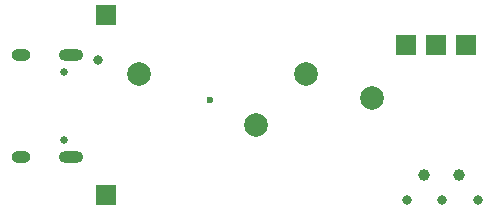
<source format=gbr>
%TF.GenerationSoftware,KiCad,Pcbnew,7.0.10*%
%TF.CreationDate,2024-03-07T14:05:51+00:00*%
%TF.ProjectId,tp4056,74703430-3536-42e6-9b69-6361645f7063,rev?*%
%TF.SameCoordinates,Original*%
%TF.FileFunction,Soldermask,Bot*%
%TF.FilePolarity,Negative*%
%FSLAX46Y46*%
G04 Gerber Fmt 4.6, Leading zero omitted, Abs format (unit mm)*
G04 Created by KiCad (PCBNEW 7.0.10) date 2024-03-07 14:05:51*
%MOMM*%
%LPD*%
G01*
G04 APERTURE LIST*
%ADD10R,1.700000X1.700000*%
%ADD11C,0.650000*%
%ADD12O,2.100000X1.000000*%
%ADD13O,1.600000X1.000000*%
%ADD14C,1.000000*%
%ADD15C,0.800000*%
%ADD16C,0.600000*%
%ADD17C,2.000000*%
G04 APERTURE END LIST*
D10*
%TO.C,J3*%
X147320000Y-76200000D03*
%TD*%
%TO.C,J7*%
X177800000Y-78740000D03*
%TD*%
D11*
%TO.C,J8*%
X143750000Y-81030000D03*
X143750000Y-86810000D03*
D12*
X144280000Y-79600000D03*
D13*
X140100000Y-79600000D03*
D12*
X144280000Y-88240000D03*
D13*
X140100000Y-88240000D03*
%TD*%
D10*
%TO.C,J4*%
X175260000Y-78740000D03*
%TD*%
%TO.C,J2*%
X147320000Y-91440000D03*
%TD*%
D14*
%TO.C,J6*%
X174200000Y-89730000D03*
X177200000Y-89730000D03*
%TD*%
D10*
%TO.C,J5*%
X172705000Y-78765000D03*
%TD*%
D15*
X178750000Y-91840000D03*
X146570000Y-79980000D03*
X175720000Y-91850000D03*
D16*
X156050000Y-83430000D03*
D15*
X172760000Y-91840000D03*
D17*
X169788629Y-83271371D03*
X150072500Y-81217500D03*
X160000000Y-85500000D03*
X164230000Y-81170000D03*
M02*

</source>
